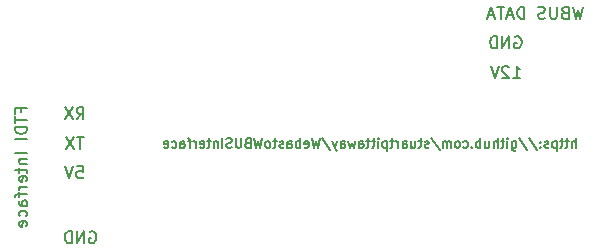
<source format=gbr>
G04 #@! TF.GenerationSoftware,KiCad,Pcbnew,(5.1.0)-1*
G04 #@! TF.CreationDate,2019-11-24T19:02:04+00:00*
G04 #@! TF.ProjectId,WebastoWBUSInterface,57656261-7374-46f5-9742-5553496e7465,rev?*
G04 #@! TF.SameCoordinates,Original*
G04 #@! TF.FileFunction,Legend,Bot*
G04 #@! TF.FilePolarity,Positive*
%FSLAX46Y46*%
G04 Gerber Fmt 4.6, Leading zero omitted, Abs format (unit mm)*
G04 Created by KiCad (PCBNEW (5.1.0)-1) date 2019-11-24 19:02:04*
%MOMM*%
%LPD*%
G04 APERTURE LIST*
%ADD10C,0.150000*%
G04 APERTURE END LIST*
D10*
X114547619Y-78952380D02*
X114309523Y-79952380D01*
X114119047Y-79238095D01*
X113928571Y-79952380D01*
X113690476Y-78952380D01*
X112976190Y-79428571D02*
X112833333Y-79476190D01*
X112785714Y-79523809D01*
X112738095Y-79619047D01*
X112738095Y-79761904D01*
X112785714Y-79857142D01*
X112833333Y-79904761D01*
X112928571Y-79952380D01*
X113309523Y-79952380D01*
X113309523Y-78952380D01*
X112976190Y-78952380D01*
X112880952Y-79000000D01*
X112833333Y-79047619D01*
X112785714Y-79142857D01*
X112785714Y-79238095D01*
X112833333Y-79333333D01*
X112880952Y-79380952D01*
X112976190Y-79428571D01*
X113309523Y-79428571D01*
X112309523Y-78952380D02*
X112309523Y-79761904D01*
X112261904Y-79857142D01*
X112214285Y-79904761D01*
X112119047Y-79952380D01*
X111928571Y-79952380D01*
X111833333Y-79904761D01*
X111785714Y-79857142D01*
X111738095Y-79761904D01*
X111738095Y-78952380D01*
X111309523Y-79904761D02*
X111166666Y-79952380D01*
X110928571Y-79952380D01*
X110833333Y-79904761D01*
X110785714Y-79857142D01*
X110738095Y-79761904D01*
X110738095Y-79666666D01*
X110785714Y-79571428D01*
X110833333Y-79523809D01*
X110928571Y-79476190D01*
X111119047Y-79428571D01*
X111214285Y-79380952D01*
X111261904Y-79333333D01*
X111309523Y-79238095D01*
X111309523Y-79142857D01*
X111261904Y-79047619D01*
X111214285Y-79000000D01*
X111119047Y-78952380D01*
X110880952Y-78952380D01*
X110738095Y-79000000D01*
X109547619Y-79952380D02*
X109547619Y-78952380D01*
X109309523Y-78952380D01*
X109166666Y-79000000D01*
X109071428Y-79095238D01*
X109023809Y-79190476D01*
X108976190Y-79380952D01*
X108976190Y-79523809D01*
X109023809Y-79714285D01*
X109071428Y-79809523D01*
X109166666Y-79904761D01*
X109309523Y-79952380D01*
X109547619Y-79952380D01*
X108595238Y-79666666D02*
X108119047Y-79666666D01*
X108690476Y-79952380D02*
X108357142Y-78952380D01*
X108023809Y-79952380D01*
X107833333Y-78952380D02*
X107261904Y-78952380D01*
X107547619Y-79952380D02*
X107547619Y-78952380D01*
X106976190Y-79666666D02*
X106500000Y-79666666D01*
X107071428Y-79952380D02*
X106738095Y-78952380D01*
X106404761Y-79952380D01*
X113928571Y-90861904D02*
X113928571Y-90061904D01*
X113585714Y-90861904D02*
X113585714Y-90442857D01*
X113623809Y-90366666D01*
X113700000Y-90328571D01*
X113814285Y-90328571D01*
X113890476Y-90366666D01*
X113928571Y-90404761D01*
X113319047Y-90328571D02*
X113014285Y-90328571D01*
X113204761Y-90061904D02*
X113204761Y-90747619D01*
X113166666Y-90823809D01*
X113090476Y-90861904D01*
X113014285Y-90861904D01*
X112861904Y-90328571D02*
X112557142Y-90328571D01*
X112747619Y-90061904D02*
X112747619Y-90747619D01*
X112709523Y-90823809D01*
X112633333Y-90861904D01*
X112557142Y-90861904D01*
X112290476Y-90328571D02*
X112290476Y-91128571D01*
X112290476Y-90366666D02*
X112214285Y-90328571D01*
X112061904Y-90328571D01*
X111985714Y-90366666D01*
X111947619Y-90404761D01*
X111909523Y-90480952D01*
X111909523Y-90709523D01*
X111947619Y-90785714D01*
X111985714Y-90823809D01*
X112061904Y-90861904D01*
X112214285Y-90861904D01*
X112290476Y-90823809D01*
X111604761Y-90823809D02*
X111528571Y-90861904D01*
X111376190Y-90861904D01*
X111300000Y-90823809D01*
X111261904Y-90747619D01*
X111261904Y-90709523D01*
X111300000Y-90633333D01*
X111376190Y-90595238D01*
X111490476Y-90595238D01*
X111566666Y-90557142D01*
X111604761Y-90480952D01*
X111604761Y-90442857D01*
X111566666Y-90366666D01*
X111490476Y-90328571D01*
X111376190Y-90328571D01*
X111300000Y-90366666D01*
X110919047Y-90785714D02*
X110880952Y-90823809D01*
X110919047Y-90861904D01*
X110957142Y-90823809D01*
X110919047Y-90785714D01*
X110919047Y-90861904D01*
X110919047Y-90366666D02*
X110880952Y-90404761D01*
X110919047Y-90442857D01*
X110957142Y-90404761D01*
X110919047Y-90366666D01*
X110919047Y-90442857D01*
X109966666Y-90023809D02*
X110652380Y-91052380D01*
X109128571Y-90023809D02*
X109814285Y-91052380D01*
X108519047Y-90328571D02*
X108519047Y-90976190D01*
X108557142Y-91052380D01*
X108595238Y-91090476D01*
X108671428Y-91128571D01*
X108785714Y-91128571D01*
X108861904Y-91090476D01*
X108519047Y-90823809D02*
X108595238Y-90861904D01*
X108747619Y-90861904D01*
X108823809Y-90823809D01*
X108861904Y-90785714D01*
X108900000Y-90709523D01*
X108900000Y-90480952D01*
X108861904Y-90404761D01*
X108823809Y-90366666D01*
X108747619Y-90328571D01*
X108595238Y-90328571D01*
X108519047Y-90366666D01*
X108138095Y-90861904D02*
X108138095Y-90328571D01*
X108138095Y-90061904D02*
X108176190Y-90100000D01*
X108138095Y-90138095D01*
X108100000Y-90100000D01*
X108138095Y-90061904D01*
X108138095Y-90138095D01*
X107871428Y-90328571D02*
X107566666Y-90328571D01*
X107757142Y-90061904D02*
X107757142Y-90747619D01*
X107719047Y-90823809D01*
X107642857Y-90861904D01*
X107566666Y-90861904D01*
X107300000Y-90861904D02*
X107300000Y-90061904D01*
X106957142Y-90861904D02*
X106957142Y-90442857D01*
X106995238Y-90366666D01*
X107071428Y-90328571D01*
X107185714Y-90328571D01*
X107261904Y-90366666D01*
X107300000Y-90404761D01*
X106233333Y-90328571D02*
X106233333Y-90861904D01*
X106576190Y-90328571D02*
X106576190Y-90747619D01*
X106538095Y-90823809D01*
X106461904Y-90861904D01*
X106347619Y-90861904D01*
X106271428Y-90823809D01*
X106233333Y-90785714D01*
X105852380Y-90861904D02*
X105852380Y-90061904D01*
X105852380Y-90366666D02*
X105776190Y-90328571D01*
X105623809Y-90328571D01*
X105547619Y-90366666D01*
X105509523Y-90404761D01*
X105471428Y-90480952D01*
X105471428Y-90709523D01*
X105509523Y-90785714D01*
X105547619Y-90823809D01*
X105623809Y-90861904D01*
X105776190Y-90861904D01*
X105852380Y-90823809D01*
X105128571Y-90785714D02*
X105090476Y-90823809D01*
X105128571Y-90861904D01*
X105166666Y-90823809D01*
X105128571Y-90785714D01*
X105128571Y-90861904D01*
X104404761Y-90823809D02*
X104480952Y-90861904D01*
X104633333Y-90861904D01*
X104709523Y-90823809D01*
X104747619Y-90785714D01*
X104785714Y-90709523D01*
X104785714Y-90480952D01*
X104747619Y-90404761D01*
X104709523Y-90366666D01*
X104633333Y-90328571D01*
X104480952Y-90328571D01*
X104404761Y-90366666D01*
X103947619Y-90861904D02*
X104023809Y-90823809D01*
X104061904Y-90785714D01*
X104100000Y-90709523D01*
X104100000Y-90480952D01*
X104061904Y-90404761D01*
X104023809Y-90366666D01*
X103947619Y-90328571D01*
X103833333Y-90328571D01*
X103757142Y-90366666D01*
X103719047Y-90404761D01*
X103680952Y-90480952D01*
X103680952Y-90709523D01*
X103719047Y-90785714D01*
X103757142Y-90823809D01*
X103833333Y-90861904D01*
X103947619Y-90861904D01*
X103338095Y-90861904D02*
X103338095Y-90328571D01*
X103338095Y-90404761D02*
X103300000Y-90366666D01*
X103223809Y-90328571D01*
X103109523Y-90328571D01*
X103033333Y-90366666D01*
X102995238Y-90442857D01*
X102995238Y-90861904D01*
X102995238Y-90442857D02*
X102957142Y-90366666D01*
X102880952Y-90328571D01*
X102766666Y-90328571D01*
X102690476Y-90366666D01*
X102652380Y-90442857D01*
X102652380Y-90861904D01*
X101700000Y-90023809D02*
X102385714Y-91052380D01*
X101471428Y-90823809D02*
X101395238Y-90861904D01*
X101242857Y-90861904D01*
X101166666Y-90823809D01*
X101128571Y-90747619D01*
X101128571Y-90709523D01*
X101166666Y-90633333D01*
X101242857Y-90595238D01*
X101357142Y-90595238D01*
X101433333Y-90557142D01*
X101471428Y-90480952D01*
X101471428Y-90442857D01*
X101433333Y-90366666D01*
X101357142Y-90328571D01*
X101242857Y-90328571D01*
X101166666Y-90366666D01*
X100900000Y-90328571D02*
X100595238Y-90328571D01*
X100785714Y-90061904D02*
X100785714Y-90747619D01*
X100747619Y-90823809D01*
X100671428Y-90861904D01*
X100595238Y-90861904D01*
X99985714Y-90328571D02*
X99985714Y-90861904D01*
X100328571Y-90328571D02*
X100328571Y-90747619D01*
X100290476Y-90823809D01*
X100214285Y-90861904D01*
X100100000Y-90861904D01*
X100023809Y-90823809D01*
X99985714Y-90785714D01*
X99261904Y-90861904D02*
X99261904Y-90442857D01*
X99300000Y-90366666D01*
X99376190Y-90328571D01*
X99528571Y-90328571D01*
X99604761Y-90366666D01*
X99261904Y-90823809D02*
X99338095Y-90861904D01*
X99528571Y-90861904D01*
X99604761Y-90823809D01*
X99642857Y-90747619D01*
X99642857Y-90671428D01*
X99604761Y-90595238D01*
X99528571Y-90557142D01*
X99338095Y-90557142D01*
X99261904Y-90519047D01*
X98880952Y-90861904D02*
X98880952Y-90328571D01*
X98880952Y-90480952D02*
X98842857Y-90404761D01*
X98804761Y-90366666D01*
X98728571Y-90328571D01*
X98652380Y-90328571D01*
X98500000Y-90328571D02*
X98195238Y-90328571D01*
X98385714Y-90061904D02*
X98385714Y-90747619D01*
X98347619Y-90823809D01*
X98271428Y-90861904D01*
X98195238Y-90861904D01*
X97928571Y-90328571D02*
X97928571Y-91128571D01*
X97928571Y-90366666D02*
X97852380Y-90328571D01*
X97700000Y-90328571D01*
X97623809Y-90366666D01*
X97585714Y-90404761D01*
X97547619Y-90480952D01*
X97547619Y-90709523D01*
X97585714Y-90785714D01*
X97623809Y-90823809D01*
X97700000Y-90861904D01*
X97852380Y-90861904D01*
X97928571Y-90823809D01*
X97204761Y-90861904D02*
X97204761Y-90328571D01*
X97204761Y-90061904D02*
X97242857Y-90100000D01*
X97204761Y-90138095D01*
X97166666Y-90100000D01*
X97204761Y-90061904D01*
X97204761Y-90138095D01*
X96938095Y-90328571D02*
X96633333Y-90328571D01*
X96823809Y-90061904D02*
X96823809Y-90747619D01*
X96785714Y-90823809D01*
X96709523Y-90861904D01*
X96633333Y-90861904D01*
X96480952Y-90328571D02*
X96176190Y-90328571D01*
X96366666Y-90061904D02*
X96366666Y-90747619D01*
X96328571Y-90823809D01*
X96252380Y-90861904D01*
X96176190Y-90861904D01*
X95566666Y-90861904D02*
X95566666Y-90442857D01*
X95604761Y-90366666D01*
X95680952Y-90328571D01*
X95833333Y-90328571D01*
X95909523Y-90366666D01*
X95566666Y-90823809D02*
X95642857Y-90861904D01*
X95833333Y-90861904D01*
X95909523Y-90823809D01*
X95947619Y-90747619D01*
X95947619Y-90671428D01*
X95909523Y-90595238D01*
X95833333Y-90557142D01*
X95642857Y-90557142D01*
X95566666Y-90519047D01*
X95261904Y-90328571D02*
X95109523Y-90861904D01*
X94957142Y-90480952D01*
X94804761Y-90861904D01*
X94652380Y-90328571D01*
X94004761Y-90861904D02*
X94004761Y-90442857D01*
X94042857Y-90366666D01*
X94119047Y-90328571D01*
X94271428Y-90328571D01*
X94347619Y-90366666D01*
X94004761Y-90823809D02*
X94080952Y-90861904D01*
X94271428Y-90861904D01*
X94347619Y-90823809D01*
X94385714Y-90747619D01*
X94385714Y-90671428D01*
X94347619Y-90595238D01*
X94271428Y-90557142D01*
X94080952Y-90557142D01*
X94004761Y-90519047D01*
X93700000Y-90328571D02*
X93509523Y-90861904D01*
X93319047Y-90328571D02*
X93509523Y-90861904D01*
X93585714Y-91052380D01*
X93623809Y-91090476D01*
X93700000Y-91128571D01*
X92442857Y-90023809D02*
X93128571Y-91052380D01*
X92252380Y-90061904D02*
X92061904Y-90861904D01*
X91909523Y-90290476D01*
X91757142Y-90861904D01*
X91566666Y-90061904D01*
X90957142Y-90823809D02*
X91033333Y-90861904D01*
X91185714Y-90861904D01*
X91261904Y-90823809D01*
X91300000Y-90747619D01*
X91300000Y-90442857D01*
X91261904Y-90366666D01*
X91185714Y-90328571D01*
X91033333Y-90328571D01*
X90957142Y-90366666D01*
X90919047Y-90442857D01*
X90919047Y-90519047D01*
X91300000Y-90595238D01*
X90576190Y-90861904D02*
X90576190Y-90061904D01*
X90576190Y-90366666D02*
X90500000Y-90328571D01*
X90347619Y-90328571D01*
X90271428Y-90366666D01*
X90233333Y-90404761D01*
X90195238Y-90480952D01*
X90195238Y-90709523D01*
X90233333Y-90785714D01*
X90271428Y-90823809D01*
X90347619Y-90861904D01*
X90500000Y-90861904D01*
X90576190Y-90823809D01*
X89509523Y-90861904D02*
X89509523Y-90442857D01*
X89547619Y-90366666D01*
X89623809Y-90328571D01*
X89776190Y-90328571D01*
X89852380Y-90366666D01*
X89509523Y-90823809D02*
X89585714Y-90861904D01*
X89776190Y-90861904D01*
X89852380Y-90823809D01*
X89890476Y-90747619D01*
X89890476Y-90671428D01*
X89852380Y-90595238D01*
X89776190Y-90557142D01*
X89585714Y-90557142D01*
X89509523Y-90519047D01*
X89166666Y-90823809D02*
X89090476Y-90861904D01*
X88938095Y-90861904D01*
X88861904Y-90823809D01*
X88823809Y-90747619D01*
X88823809Y-90709523D01*
X88861904Y-90633333D01*
X88938095Y-90595238D01*
X89052380Y-90595238D01*
X89128571Y-90557142D01*
X89166666Y-90480952D01*
X89166666Y-90442857D01*
X89128571Y-90366666D01*
X89052380Y-90328571D01*
X88938095Y-90328571D01*
X88861904Y-90366666D01*
X88595238Y-90328571D02*
X88290476Y-90328571D01*
X88480952Y-90061904D02*
X88480952Y-90747619D01*
X88442857Y-90823809D01*
X88366666Y-90861904D01*
X88290476Y-90861904D01*
X87909523Y-90861904D02*
X87985714Y-90823809D01*
X88023809Y-90785714D01*
X88061904Y-90709523D01*
X88061904Y-90480952D01*
X88023809Y-90404761D01*
X87985714Y-90366666D01*
X87909523Y-90328571D01*
X87795238Y-90328571D01*
X87719047Y-90366666D01*
X87680952Y-90404761D01*
X87642857Y-90480952D01*
X87642857Y-90709523D01*
X87680952Y-90785714D01*
X87719047Y-90823809D01*
X87795238Y-90861904D01*
X87909523Y-90861904D01*
X87376190Y-90061904D02*
X87185714Y-90861904D01*
X87033333Y-90290476D01*
X86880952Y-90861904D01*
X86690476Y-90061904D01*
X86119047Y-90442857D02*
X86004761Y-90480952D01*
X85966666Y-90519047D01*
X85928571Y-90595238D01*
X85928571Y-90709523D01*
X85966666Y-90785714D01*
X86004761Y-90823809D01*
X86080952Y-90861904D01*
X86385714Y-90861904D01*
X86385714Y-90061904D01*
X86119047Y-90061904D01*
X86042857Y-90100000D01*
X86004761Y-90138095D01*
X85966666Y-90214285D01*
X85966666Y-90290476D01*
X86004761Y-90366666D01*
X86042857Y-90404761D01*
X86119047Y-90442857D01*
X86385714Y-90442857D01*
X85585714Y-90061904D02*
X85585714Y-90709523D01*
X85547619Y-90785714D01*
X85509523Y-90823809D01*
X85433333Y-90861904D01*
X85280952Y-90861904D01*
X85204761Y-90823809D01*
X85166666Y-90785714D01*
X85128571Y-90709523D01*
X85128571Y-90061904D01*
X84785714Y-90823809D02*
X84671428Y-90861904D01*
X84480952Y-90861904D01*
X84404761Y-90823809D01*
X84366666Y-90785714D01*
X84328571Y-90709523D01*
X84328571Y-90633333D01*
X84366666Y-90557142D01*
X84404761Y-90519047D01*
X84480952Y-90480952D01*
X84633333Y-90442857D01*
X84709523Y-90404761D01*
X84747619Y-90366666D01*
X84785714Y-90290476D01*
X84785714Y-90214285D01*
X84747619Y-90138095D01*
X84709523Y-90100000D01*
X84633333Y-90061904D01*
X84442857Y-90061904D01*
X84328571Y-90100000D01*
X83985714Y-90861904D02*
X83985714Y-90061904D01*
X83604761Y-90328571D02*
X83604761Y-90861904D01*
X83604761Y-90404761D02*
X83566666Y-90366666D01*
X83490476Y-90328571D01*
X83376190Y-90328571D01*
X83300000Y-90366666D01*
X83261904Y-90442857D01*
X83261904Y-90861904D01*
X82995238Y-90328571D02*
X82690476Y-90328571D01*
X82880952Y-90061904D02*
X82880952Y-90747619D01*
X82842857Y-90823809D01*
X82766666Y-90861904D01*
X82690476Y-90861904D01*
X82119047Y-90823809D02*
X82195238Y-90861904D01*
X82347619Y-90861904D01*
X82423809Y-90823809D01*
X82461904Y-90747619D01*
X82461904Y-90442857D01*
X82423809Y-90366666D01*
X82347619Y-90328571D01*
X82195238Y-90328571D01*
X82119047Y-90366666D01*
X82080952Y-90442857D01*
X82080952Y-90519047D01*
X82461904Y-90595238D01*
X81738095Y-90861904D02*
X81738095Y-90328571D01*
X81738095Y-90480952D02*
X81700000Y-90404761D01*
X81661904Y-90366666D01*
X81585714Y-90328571D01*
X81509523Y-90328571D01*
X81357142Y-90328571D02*
X81052380Y-90328571D01*
X81242857Y-90861904D02*
X81242857Y-90176190D01*
X81204761Y-90100000D01*
X81128571Y-90061904D01*
X81052380Y-90061904D01*
X80442857Y-90861904D02*
X80442857Y-90442857D01*
X80480952Y-90366666D01*
X80557142Y-90328571D01*
X80709523Y-90328571D01*
X80785714Y-90366666D01*
X80442857Y-90823809D02*
X80519047Y-90861904D01*
X80709523Y-90861904D01*
X80785714Y-90823809D01*
X80823809Y-90747619D01*
X80823809Y-90671428D01*
X80785714Y-90595238D01*
X80709523Y-90557142D01*
X80519047Y-90557142D01*
X80442857Y-90519047D01*
X79719047Y-90823809D02*
X79795238Y-90861904D01*
X79947619Y-90861904D01*
X80023809Y-90823809D01*
X80061904Y-90785714D01*
X80100000Y-90709523D01*
X80100000Y-90480952D01*
X80061904Y-90404761D01*
X80023809Y-90366666D01*
X79947619Y-90328571D01*
X79795238Y-90328571D01*
X79719047Y-90366666D01*
X79071428Y-90823809D02*
X79147619Y-90861904D01*
X79300000Y-90861904D01*
X79376190Y-90823809D01*
X79414285Y-90747619D01*
X79414285Y-90442857D01*
X79376190Y-90366666D01*
X79300000Y-90328571D01*
X79147619Y-90328571D01*
X79071428Y-90366666D01*
X79033333Y-90442857D01*
X79033333Y-90519047D01*
X79414285Y-90595238D01*
X71666666Y-88452380D02*
X72000000Y-87976190D01*
X72238095Y-88452380D02*
X72238095Y-87452380D01*
X71857142Y-87452380D01*
X71761904Y-87500000D01*
X71714285Y-87547619D01*
X71666666Y-87642857D01*
X71666666Y-87785714D01*
X71714285Y-87880952D01*
X71761904Y-87928571D01*
X71857142Y-87976190D01*
X72238095Y-87976190D01*
X71333333Y-87452380D02*
X70666666Y-88452380D01*
X70666666Y-87452380D02*
X71333333Y-88452380D01*
X72261904Y-89952380D02*
X71690476Y-89952380D01*
X71976190Y-90952380D02*
X71976190Y-89952380D01*
X71452380Y-89952380D02*
X70785714Y-90952380D01*
X70785714Y-89952380D02*
X71452380Y-90952380D01*
X71690476Y-92452380D02*
X72166666Y-92452380D01*
X72214285Y-92928571D01*
X72166666Y-92880952D01*
X72071428Y-92833333D01*
X71833333Y-92833333D01*
X71738095Y-92880952D01*
X71690476Y-92928571D01*
X71642857Y-93023809D01*
X71642857Y-93261904D01*
X71690476Y-93357142D01*
X71738095Y-93404761D01*
X71833333Y-93452380D01*
X72071428Y-93452380D01*
X72166666Y-93404761D01*
X72214285Y-93357142D01*
X71357142Y-92452380D02*
X71023809Y-93452380D01*
X70690476Y-92452380D01*
X72761904Y-98000000D02*
X72857142Y-97952380D01*
X73000000Y-97952380D01*
X73142857Y-98000000D01*
X73238095Y-98095238D01*
X73285714Y-98190476D01*
X73333333Y-98380952D01*
X73333333Y-98523809D01*
X73285714Y-98714285D01*
X73238095Y-98809523D01*
X73142857Y-98904761D01*
X73000000Y-98952380D01*
X72904761Y-98952380D01*
X72761904Y-98904761D01*
X72714285Y-98857142D01*
X72714285Y-98523809D01*
X72904761Y-98523809D01*
X72285714Y-98952380D02*
X72285714Y-97952380D01*
X71714285Y-98952380D01*
X71714285Y-97952380D01*
X71238095Y-98952380D02*
X71238095Y-97952380D01*
X71000000Y-97952380D01*
X70857142Y-98000000D01*
X70761904Y-98095238D01*
X70714285Y-98190476D01*
X70666666Y-98380952D01*
X70666666Y-98523809D01*
X70714285Y-98714285D01*
X70761904Y-98809523D01*
X70857142Y-98904761D01*
X71000000Y-98952380D01*
X71238095Y-98952380D01*
X108761904Y-81500000D02*
X108857142Y-81452380D01*
X109000000Y-81452380D01*
X109142857Y-81500000D01*
X109238095Y-81595238D01*
X109285714Y-81690476D01*
X109333333Y-81880952D01*
X109333333Y-82023809D01*
X109285714Y-82214285D01*
X109238095Y-82309523D01*
X109142857Y-82404761D01*
X109000000Y-82452380D01*
X108904761Y-82452380D01*
X108761904Y-82404761D01*
X108714285Y-82357142D01*
X108714285Y-82023809D01*
X108904761Y-82023809D01*
X108285714Y-82452380D02*
X108285714Y-81452380D01*
X107714285Y-82452380D01*
X107714285Y-81452380D01*
X107238095Y-82452380D02*
X107238095Y-81452380D01*
X107000000Y-81452380D01*
X106857142Y-81500000D01*
X106761904Y-81595238D01*
X106714285Y-81690476D01*
X106666666Y-81880952D01*
X106666666Y-82023809D01*
X106714285Y-82214285D01*
X106761904Y-82309523D01*
X106857142Y-82404761D01*
X107000000Y-82452380D01*
X107238095Y-82452380D01*
X108619047Y-84952380D02*
X109190476Y-84952380D01*
X108904761Y-84952380D02*
X108904761Y-83952380D01*
X109000000Y-84095238D01*
X109095238Y-84190476D01*
X109190476Y-84238095D01*
X108238095Y-84047619D02*
X108190476Y-84000000D01*
X108095238Y-83952380D01*
X107857142Y-83952380D01*
X107761904Y-84000000D01*
X107714285Y-84047619D01*
X107666666Y-84142857D01*
X107666666Y-84238095D01*
X107714285Y-84380952D01*
X108285714Y-84952380D01*
X107666666Y-84952380D01*
X107380952Y-83952380D02*
X107047619Y-84952380D01*
X106714285Y-83952380D01*
X66928571Y-87833333D02*
X66928571Y-87500000D01*
X67452380Y-87500000D02*
X66452380Y-87500000D01*
X66452380Y-87976190D01*
X66452380Y-88214285D02*
X66452380Y-88785714D01*
X67452380Y-88500000D02*
X66452380Y-88500000D01*
X67452380Y-89119047D02*
X66452380Y-89119047D01*
X66452380Y-89357142D01*
X66500000Y-89500000D01*
X66595238Y-89595238D01*
X66690476Y-89642857D01*
X66880952Y-89690476D01*
X67023809Y-89690476D01*
X67214285Y-89642857D01*
X67309523Y-89595238D01*
X67404761Y-89500000D01*
X67452380Y-89357142D01*
X67452380Y-89119047D01*
X67452380Y-90119047D02*
X66452380Y-90119047D01*
X67452380Y-91357142D02*
X66452380Y-91357142D01*
X66785714Y-91833333D02*
X67452380Y-91833333D01*
X66880952Y-91833333D02*
X66833333Y-91880952D01*
X66785714Y-91976190D01*
X66785714Y-92119047D01*
X66833333Y-92214285D01*
X66928571Y-92261904D01*
X67452380Y-92261904D01*
X66785714Y-92595238D02*
X66785714Y-92976190D01*
X66452380Y-92738095D02*
X67309523Y-92738095D01*
X67404761Y-92785714D01*
X67452380Y-92880952D01*
X67452380Y-92976190D01*
X67404761Y-93690476D02*
X67452380Y-93595238D01*
X67452380Y-93404761D01*
X67404761Y-93309523D01*
X67309523Y-93261904D01*
X66928571Y-93261904D01*
X66833333Y-93309523D01*
X66785714Y-93404761D01*
X66785714Y-93595238D01*
X66833333Y-93690476D01*
X66928571Y-93738095D01*
X67023809Y-93738095D01*
X67119047Y-93261904D01*
X67452380Y-94166666D02*
X66785714Y-94166666D01*
X66976190Y-94166666D02*
X66880952Y-94214285D01*
X66833333Y-94261904D01*
X66785714Y-94357142D01*
X66785714Y-94452380D01*
X66785714Y-94642857D02*
X66785714Y-95023809D01*
X67452380Y-94785714D02*
X66595238Y-94785714D01*
X66500000Y-94833333D01*
X66452380Y-94928571D01*
X66452380Y-95023809D01*
X67452380Y-95785714D02*
X66928571Y-95785714D01*
X66833333Y-95738095D01*
X66785714Y-95642857D01*
X66785714Y-95452380D01*
X66833333Y-95357142D01*
X67404761Y-95785714D02*
X67452380Y-95690476D01*
X67452380Y-95452380D01*
X67404761Y-95357142D01*
X67309523Y-95309523D01*
X67214285Y-95309523D01*
X67119047Y-95357142D01*
X67071428Y-95452380D01*
X67071428Y-95690476D01*
X67023809Y-95785714D01*
X67404761Y-96690476D02*
X67452380Y-96595238D01*
X67452380Y-96404761D01*
X67404761Y-96309523D01*
X67357142Y-96261904D01*
X67261904Y-96214285D01*
X66976190Y-96214285D01*
X66880952Y-96261904D01*
X66833333Y-96309523D01*
X66785714Y-96404761D01*
X66785714Y-96595238D01*
X66833333Y-96690476D01*
X67404761Y-97500000D02*
X67452380Y-97404761D01*
X67452380Y-97214285D01*
X67404761Y-97119047D01*
X67309523Y-97071428D01*
X66928571Y-97071428D01*
X66833333Y-97119047D01*
X66785714Y-97214285D01*
X66785714Y-97404761D01*
X66833333Y-97500000D01*
X66928571Y-97547619D01*
X67023809Y-97547619D01*
X67119047Y-97071428D01*
M02*

</source>
